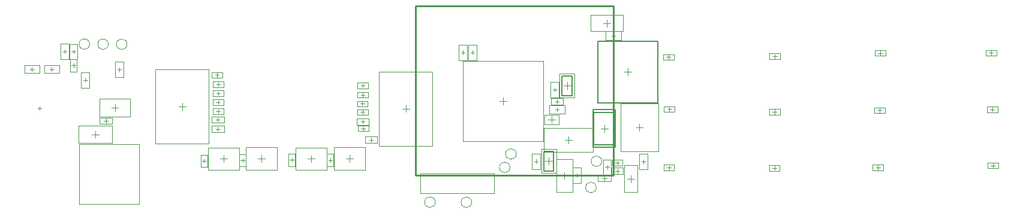
<source format=gko>
G04*
G04 #@! TF.GenerationSoftware,Altium Limited,CircuitMaker,2.2.1 (2.2.1.6)*
G04*
G04 Layer_Color=16720538*
%FSLAX24Y24*%
%MOIN*%
G70*
G04*
G04 #@! TF.SameCoordinates,07040E79-6860-4804-BF28-05383503267E*
G04*
G04*
G04 #@! TF.FilePolarity,Positive*
G04*
G01*
G75*
%ADD11C,0.0039*%
%ADD13C,0.0100*%
%ADD14C,0.0079*%
%ADD15C,0.0059*%
%ADD17C,0.0050*%
%ADD18C,0.0020*%
D11*
X4197Y3888D02*
X7544D01*
Y542D02*
Y3888D01*
X4197Y542D02*
X7544D01*
X4197D02*
Y3888D01*
X26015Y640D02*
G03*
X26015Y640I-295J0D01*
G01*
X33251Y2925D02*
G03*
X33251Y2925I-295J0D01*
G01*
X5818Y9449D02*
G03*
X5818Y9449I-295J0D01*
G01*
X6859Y9444D02*
G03*
X6859Y9444I-295J0D01*
G01*
X4780Y9454D02*
G03*
X4780Y9454I-295J0D01*
G01*
X28144Y2582D02*
G03*
X28144Y2582I-295J0D01*
G01*
X28494Y3332D02*
G03*
X28494Y3332I-295J0D01*
G01*
X32941Y1465D02*
G03*
X32941Y1465I-295J0D01*
G01*
X23988Y649D02*
G03*
X23988Y649I-295J0D01*
G01*
X4542Y7346D02*
Y7563D01*
X4434Y7455D02*
X4651D01*
X35147Y4818D02*
X35541D01*
X35344Y4621D02*
Y5015D01*
X19835Y6135D02*
X20051D01*
X19943Y6027D02*
Y6243D01*
X5983Y5913D02*
X6377D01*
X6180Y5717D02*
Y6110D01*
X14134Y3066D02*
X14528D01*
X14331Y2869D02*
Y3263D01*
X23154Y1127D02*
X27249D01*
Y2229D01*
X23154D02*
X27249D01*
X23154Y1127D02*
Y2229D01*
X27562Y6272D02*
X27956D01*
X27759Y6075D02*
Y6469D01*
X1573Y7947D02*
Y8163D01*
X1465Y8055D02*
X1681D01*
X2676Y7947D02*
Y8163D01*
X2567Y8055D02*
X2784D01*
X19965Y5027D02*
Y5243D01*
X19857Y5135D02*
X20074D01*
X20426Y4012D02*
Y4228D01*
X20317Y4120D02*
X20534D01*
X18047Y2987D02*
X18264D01*
X18155Y2879D02*
Y3095D01*
X15908Y3001D02*
X16125D01*
X16017Y2893D02*
Y3109D01*
X13173Y2978D02*
X13390D01*
X13281Y2870D02*
Y3087D01*
X11029Y2946D02*
X11246D01*
X11138Y2838D02*
Y3054D01*
X19218Y2866D02*
Y3260D01*
X19021Y3063D02*
X19414D01*
X17093Y2863D02*
Y3257D01*
X16897Y3060D02*
X17290D01*
X12228Y2865D02*
Y3259D01*
X12032Y3062D02*
X12425D01*
X11904Y5137D02*
Y5353D01*
X11796Y5245D02*
X12012D01*
X11909Y4612D02*
Y4829D01*
X11801Y4720D02*
X12017D01*
X22351Y5661D02*
Y6055D01*
X22154Y5858D02*
X22548D01*
X20874Y7925D02*
X23827D01*
X20874Y3791D02*
X23827D01*
X20874D02*
Y7925D01*
X23827Y3791D02*
Y7925D01*
X9922Y5775D02*
Y6169D01*
X9725Y5972D02*
X10119D01*
X8445Y3905D02*
X11398D01*
X8445Y8039D02*
X11398D01*
Y3905D02*
Y8039D01*
X8445Y3905D02*
Y8039D01*
X29492Y2925D02*
X29709D01*
X29600Y2816D02*
Y3033D01*
X30300Y2738D02*
Y3131D01*
X30104Y2935D02*
X30497D01*
X31876Y2037D02*
Y2253D01*
X31767Y2145D02*
X31984D01*
X30979Y2125D02*
X31373D01*
X31176Y1928D02*
Y2322D01*
X33278Y1975D02*
X33514D01*
X33396Y1857D02*
Y2093D01*
X33988Y2385D02*
X34244D01*
X34116Y2257D02*
Y2513D01*
X36983Y2452D02*
Y2688D01*
X36865Y2570D02*
X37101D01*
X33546Y2487D02*
Y2703D01*
X33437Y2595D02*
X33654D01*
X34007Y2845D02*
X34224D01*
X34116Y2737D02*
Y2953D01*
X34870Y1754D02*
Y2148D01*
X34673Y1951D02*
X35067D01*
X35576Y2786D02*
Y3002D01*
X35467Y2894D02*
X35684D01*
X33189Y4745D02*
X33583D01*
X33386Y4548D02*
Y4942D01*
X33536Y10418D02*
Y10812D01*
X33339Y10615D02*
X33733D01*
X37001Y5712D02*
Y5948D01*
X36883Y5830D02*
X37119D01*
X36956Y8617D02*
Y8853D01*
X36838Y8735D02*
X37074D01*
X42871Y8652D02*
Y8888D01*
X42753Y8770D02*
X42989D01*
X42849Y2426D02*
Y2662D01*
X42731Y2544D02*
X42967D01*
X42735Y5675D02*
X42972D01*
X42853Y5557D02*
Y5793D01*
X48690Y5642D02*
Y5878D01*
X48572Y5760D02*
X48809D01*
X48728Y8837D02*
Y9073D01*
X48610Y8955D02*
X48846D01*
X48606Y2457D02*
Y2693D01*
X48488Y2575D02*
X48724D01*
X54878Y2685D02*
X55114D01*
X54996Y2567D02*
Y2803D01*
X54835Y5815D02*
X55072D01*
X54953Y5697D02*
Y5933D01*
X54893Y8847D02*
Y9083D01*
X54775Y8965D02*
X55012D01*
X33791Y9923D02*
X34007D01*
X33899Y9815D02*
Y10032D01*
X34509Y7905D02*
X34903D01*
X34706Y7708D02*
Y8102D01*
X26066Y8877D02*
Y9093D01*
X25957Y8985D02*
X26174D01*
X11823Y6713D02*
X12040D01*
X11932Y6605D02*
Y6822D01*
X11832Y7213D02*
X12049D01*
X11940Y7105D02*
Y7322D01*
X11810Y5715D02*
X12026D01*
X11918Y5607D02*
Y5823D01*
X11812Y6203D02*
X12029D01*
X11921Y6094D02*
Y6311D01*
X11748Y7734D02*
X11964D01*
X11856Y7625D02*
Y7842D01*
X30259Y5252D02*
X30653D01*
X30456Y5055D02*
Y5448D01*
X19847Y6625D02*
X20063D01*
X19955Y6517D02*
Y6733D01*
X19845Y5665D02*
X20062D01*
X19953Y5557D02*
Y5773D01*
X5570Y5175D02*
X5806D01*
X5688Y5057D02*
Y5293D01*
X3886Y8930D02*
Y9146D01*
X3777Y9038D02*
X3994D01*
X30769Y6144D02*
Y6361D01*
X30661Y6252D02*
X30877D01*
X3778Y8265D02*
X3994D01*
X3886Y8157D02*
Y8373D01*
X19859Y7149D02*
X20076D01*
X19968Y7040D02*
Y7257D01*
X30531Y6902D02*
X30747D01*
X30639Y6794D02*
Y7011D01*
X6326Y8027D02*
X6542D01*
X6434Y7918D02*
Y8135D01*
X3396Y8927D02*
Y9143D01*
X3287Y9035D02*
X3504D01*
X31319Y6941D02*
Y7335D01*
X31122Y7138D02*
X31516D01*
X19877Y4750D02*
X20094D01*
X19985Y4642D02*
Y4858D01*
X25417Y8986D02*
X25634D01*
X25526Y8878D02*
Y9094D01*
X30768Y5694D02*
Y5911D01*
X30660Y5802D02*
X30876D01*
X5100Y4228D02*
Y4622D01*
X4904Y4425D02*
X5297D01*
D13*
X22887Y11584D02*
X33911D01*
Y2135D02*
Y11584D01*
X22887Y2135D02*
X33911D01*
X22887D02*
Y11584D01*
D14*
X32772Y3695D02*
X34000D01*
Y5795D01*
X32772D02*
X34000D01*
X32772Y3695D02*
Y5795D01*
D15*
X30576Y2385D02*
Y3485D01*
X30025Y2385D02*
X30576D01*
X30025D02*
Y3485D01*
X30576D01*
X31044Y6588D02*
Y7688D01*
X31595D01*
Y6588D02*
Y7688D01*
X31044Y6588D02*
X31595D01*
X32811Y3839D02*
X33961D01*
Y5650D01*
X32811D02*
X33961D01*
X32811Y3839D02*
Y5650D01*
D17*
X33033Y6192D02*
X36379D01*
X33033Y9618D02*
X36379D01*
X33033Y6192D02*
Y9618D01*
X36379Y6192D02*
Y9618D01*
D18*
X4306Y7022D02*
X4779D01*
X4306Y7888D02*
X4779D01*
X4306Y7022D02*
Y7888D01*
X4779Y7022D02*
Y7888D01*
X36388Y3480D02*
Y6157D01*
X34301Y3480D02*
Y6157D01*
X36388D01*
X34301Y3480D02*
X36388D01*
X19648Y5977D02*
Y6292D01*
X20238Y5977D02*
Y6292D01*
X19648D02*
X20238D01*
X19648Y5977D02*
X20238D01*
X5334Y5402D02*
Y6425D01*
X7027Y5402D02*
Y6425D01*
X5334D02*
X7027D01*
X5334Y5402D02*
X7027D01*
X13465Y2436D02*
Y3696D01*
X15197Y2436D02*
Y3696D01*
X13465D02*
X15197D01*
X13465Y2436D02*
X15197D01*
X30003Y4028D02*
Y8516D01*
X25515Y4028D02*
Y8516D01*
Y4028D02*
X30003D01*
X25515Y8516D02*
X30003D01*
X1160Y7838D02*
X1987D01*
X1160Y8271D02*
X1987D01*
Y7838D02*
Y8271D01*
X1160Y7838D02*
Y8271D01*
X2262Y8271D02*
X3089D01*
X2262Y7838D02*
X3089D01*
X2262D02*
Y8271D01*
X3089Y7838D02*
Y8271D01*
X19623Y4958D02*
X20307D01*
X19623Y5312D02*
X20307D01*
Y4958D02*
Y5312D01*
X19623Y4958D02*
Y5312D01*
X20084Y3943D02*
X20768D01*
X20084Y4297D02*
X20768D01*
Y3943D02*
Y4297D01*
X20084Y3943D02*
Y4297D01*
X18333Y2645D02*
Y3329D01*
X17978Y2645D02*
Y3329D01*
X18333D01*
X17978Y2645D02*
X18333D01*
X16194Y2659D02*
Y3343D01*
X15840Y2659D02*
Y3343D01*
X16194D01*
X15840Y2659D02*
X16194D01*
X13459Y2637D02*
Y3320D01*
X13104Y2637D02*
Y3320D01*
X13459D01*
X13104Y2637D02*
X13459D01*
X11315Y2604D02*
Y3288D01*
X10961Y2604D02*
Y3288D01*
X11315D01*
X10961Y2604D02*
X11315D01*
X18351Y2433D02*
X20084D01*
X18351Y3693D02*
X20084D01*
Y2433D02*
Y3693D01*
X18351Y2433D02*
Y3693D01*
X16227Y2430D02*
X17960D01*
X16227Y3690D02*
X17960D01*
Y2430D02*
Y3690D01*
X16227Y2430D02*
Y3690D01*
X11362Y2432D02*
X13094D01*
X11362Y3692D02*
X13094D01*
Y2432D02*
Y3692D01*
X11362Y2432D02*
Y3692D01*
X11562Y5422D02*
X12246D01*
X11562Y5068D02*
X12246D01*
X11562D02*
Y5422D01*
X12246Y5068D02*
Y5422D01*
X11567Y4897D02*
X12251D01*
X11567Y4543D02*
X12251D01*
X11567D02*
Y4897D01*
X12251Y4543D02*
Y4897D01*
X31201Y4113D02*
X31595D01*
X31398Y3916D02*
Y4310D01*
X32776Y3444D02*
Y4782D01*
X30020D02*
X32776D01*
X30020Y3444D02*
Y4782D01*
Y3444D02*
X32776D01*
X29364Y2492D02*
Y3358D01*
X29837Y2492D02*
Y3358D01*
X29364Y2492D02*
X29837D01*
X29364Y3358D02*
X29837D01*
X29887Y3604D02*
X30714D01*
X29887Y2265D02*
X30714D01*
Y3604D01*
X29887Y2265D02*
Y3604D01*
X31640Y2578D02*
X32112D01*
X31640Y1712D02*
X32112D01*
Y2578D01*
X31640Y1712D02*
Y2578D01*
X30723Y1219D02*
Y3030D01*
X31628Y1219D02*
Y3030D01*
X30723Y1219D02*
X31628D01*
X30723Y3030D02*
X31628D01*
X33750Y1798D02*
Y2152D01*
X33041Y1798D02*
Y2152D01*
Y1798D02*
X33750D01*
X33041Y2152D02*
X33750D01*
X34431Y2208D02*
Y2562D01*
X33801Y2208D02*
Y2562D01*
Y2208D02*
X34431D01*
X33801Y2562D02*
X34431D01*
X36688Y2412D02*
X37279D01*
X36688Y2727D02*
X37279D01*
Y2412D02*
Y2727D01*
X36688Y2412D02*
Y2727D01*
X33329Y2182D02*
X33762D01*
X33329Y3008D02*
X33762D01*
X33329Y2182D02*
Y3008D01*
X33762Y2182D02*
Y3008D01*
X33820Y2687D02*
Y3002D01*
X34411Y2687D02*
Y3002D01*
X33820D02*
X34411D01*
X33820Y2687D02*
X34411D01*
X34496Y1203D02*
X35244D01*
X34496Y2699D02*
X35244D01*
X34496Y1203D02*
Y2699D01*
X35244Y1203D02*
Y2699D01*
X35340Y2461D02*
X35812D01*
X35340Y3327D02*
X35812D01*
X35340Y2461D02*
Y3327D01*
X35812Y2461D02*
Y3327D01*
X32630Y11068D02*
X34441D01*
X32630Y10162D02*
X34441D01*
X32630D02*
Y11068D01*
X34441Y10162D02*
Y11068D01*
X36706Y5672D02*
X37296D01*
X36706Y5987D02*
X37296D01*
Y5672D02*
Y5987D01*
X36706Y5672D02*
Y5987D01*
X36660Y8577D02*
X37251D01*
X36660Y8892D02*
X37251D01*
Y8577D02*
Y8892D01*
X36660Y8577D02*
Y8892D01*
X42576Y8612D02*
X43166D01*
X42576Y8927D02*
X43166D01*
Y8612D02*
Y8927D01*
X42576Y8612D02*
Y8927D01*
X42553Y2387D02*
X43144D01*
X42553Y2702D02*
X43144D01*
Y2387D02*
Y2702D01*
X42553Y2387D02*
Y2702D01*
X42558Y5517D02*
Y5832D01*
X43149Y5517D02*
Y5832D01*
X42558D02*
X43149D01*
X42558Y5517D02*
X43149D01*
X48395Y5602D02*
X48986D01*
X48395Y5917D02*
X48986D01*
Y5602D02*
Y5917D01*
X48395Y5602D02*
Y5917D01*
X48433Y8797D02*
X49023D01*
X48433Y9112D02*
X49023D01*
Y8797D02*
Y9112D01*
X48433Y8797D02*
Y9112D01*
X48310Y2417D02*
X48901D01*
X48310Y2732D02*
X48901D01*
Y2417D02*
Y2732D01*
X48310Y2417D02*
Y2732D01*
X54700Y2527D02*
Y2842D01*
X55291Y2527D02*
Y2842D01*
X54700D02*
X55291D01*
X54700Y2527D02*
X55291D01*
X54658Y5657D02*
Y5972D01*
X55249Y5657D02*
Y5972D01*
X54658D02*
X55249D01*
X54658Y5657D02*
X55249D01*
X54598Y8807D02*
X55189D01*
X54598Y9122D02*
X55189D01*
Y8807D02*
Y9122D01*
X54598Y8807D02*
Y9122D01*
X34332Y9687D02*
Y10160D01*
X33466Y9687D02*
Y10160D01*
Y9687D02*
X34332D01*
X33466Y10160D02*
X34332D01*
X25830Y9418D02*
X26302D01*
X25830Y8552D02*
X26302D01*
Y9418D01*
X25830Y8552D02*
Y9418D01*
X12227Y6556D02*
Y6871D01*
X11636Y6556D02*
Y6871D01*
Y6556D02*
X12227D01*
X11636Y6871D02*
X12227D01*
X12236Y7056D02*
Y7371D01*
X11645Y7056D02*
Y7371D01*
Y7056D02*
X12236D01*
X11645Y7371D02*
X12236D01*
X12213Y5557D02*
Y5872D01*
X11623Y5557D02*
Y5872D01*
Y5557D02*
X12213D01*
X11623Y5872D02*
X12213D01*
X12216Y6045D02*
Y6360D01*
X11625Y6045D02*
Y6360D01*
Y6045D02*
X12216D01*
X11625Y6360D02*
X12216D01*
X12151Y7576D02*
Y7891D01*
X11561Y7576D02*
Y7891D01*
Y7576D02*
X12151D01*
X11561Y7891D02*
X12151D01*
X30860Y4986D02*
Y5517D01*
X30052Y4986D02*
Y5517D01*
Y4986D02*
X30860D01*
X30052Y5517D02*
X30860D01*
X19660Y6467D02*
Y6782D01*
X20250Y6467D02*
Y6782D01*
X19660D02*
X20250D01*
X19660Y6467D02*
X20250D01*
X19658Y5507D02*
Y5822D01*
X20249Y5507D02*
Y5822D01*
X19658D02*
X20249D01*
X19658Y5507D02*
X20249D01*
X6042Y4998D02*
Y5352D01*
X5333Y4998D02*
Y5352D01*
Y4998D02*
X6042D01*
X5333Y5352D02*
X6042D01*
X3669Y8625D02*
X4102D01*
X3669Y9451D02*
X4102D01*
X3669Y8625D02*
Y9451D01*
X4102Y8625D02*
Y9451D01*
X30427Y6429D02*
X31111D01*
X30427Y6075D02*
X31111D01*
X30427D02*
Y6429D01*
X31111Y6075D02*
Y6429D01*
X3709Y7923D02*
Y8607D01*
X4063Y7923D02*
Y8607D01*
X3709Y7923D02*
X4063D01*
X3709Y8607D02*
X4063D01*
X19672Y6991D02*
Y7306D01*
X20263Y6991D02*
Y7306D01*
X19672D02*
X20263D01*
X19672Y6991D02*
X20263D01*
X30875Y6469D02*
Y7335D01*
X30403Y6469D02*
Y7335D01*
X30875D01*
X30403Y6469D02*
X30875D01*
X6670Y7594D02*
Y8460D01*
X6198Y7594D02*
Y8460D01*
X6670D01*
X6198Y7594D02*
X6670D01*
X3160Y8602D02*
X3632D01*
X3160Y9468D02*
X3632D01*
X3160Y8602D02*
Y9468D01*
X3632Y8602D02*
Y9468D01*
X30906Y6469D02*
X31733D01*
X30906Y7807D02*
X31733D01*
X30906Y6469D02*
Y7807D01*
X31733Y6469D02*
Y7807D01*
X19690Y4593D02*
Y4907D01*
X20281Y4593D02*
Y4907D01*
X19690D02*
X20281D01*
X19690Y4593D02*
X20281D01*
X25762Y8553D02*
Y9419D01*
X25290Y8553D02*
Y9419D01*
X25762D01*
X25290Y8553D02*
X25762D01*
X30335Y5566D02*
X31201D01*
X30335Y6039D02*
X31201D01*
Y5566D02*
Y6039D01*
X30335Y5566D02*
Y6039D01*
X4156Y3952D02*
X6045D01*
X4156Y4897D02*
X6045D01*
Y3952D02*
Y4897D01*
X4156Y3952D02*
Y4897D01*
X1902Y5868D02*
X2099D01*
X2001Y5769D02*
Y5966D01*
M02*

</source>
